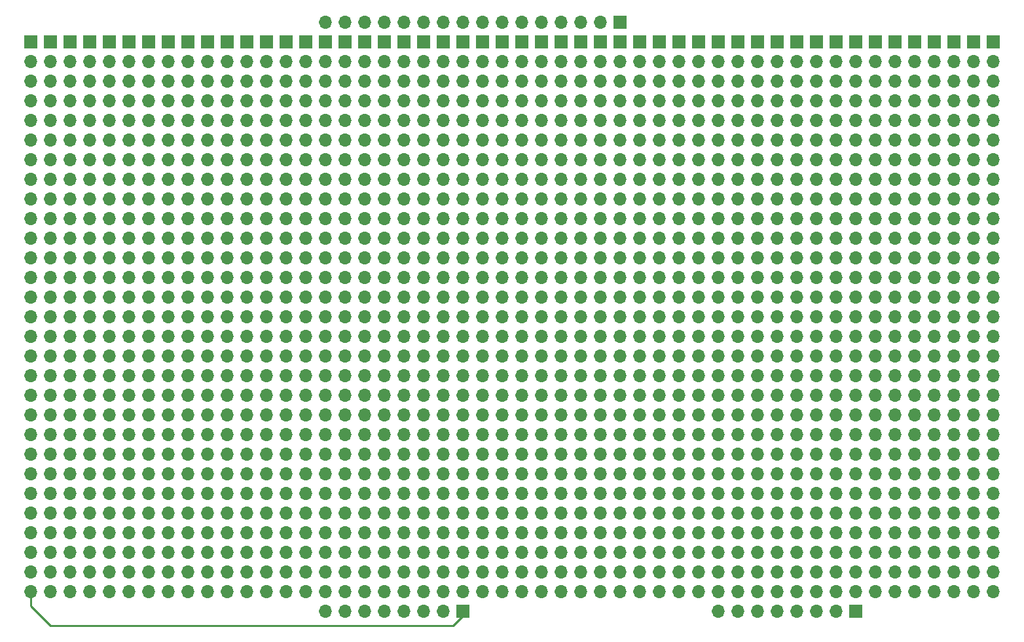
<source format=gbr>
G04 #@! TF.GenerationSoftware,KiCad,Pcbnew,(5.1.5-0-10_14)*
G04 #@! TF.CreationDate,2020-11-20T10:25:49+01:00*
G04 #@! TF.ProjectId,6502-bb,36353032-2d62-4622-9e6b-696361645f70,rev?*
G04 #@! TF.SameCoordinates,Original*
G04 #@! TF.FileFunction,Copper,L1,Top*
G04 #@! TF.FilePolarity,Positive*
%FSLAX46Y46*%
G04 Gerber Fmt 4.6, Leading zero omitted, Abs format (unit mm)*
G04 Created by KiCad (PCBNEW (5.1.5-0-10_14)) date 2020-11-20 10:25:49*
%MOMM*%
%LPD*%
G04 APERTURE LIST*
%ADD10O,1.700000X1.700000*%
%ADD11R,1.700000X1.700000*%
%ADD12C,0.250000*%
G04 APERTURE END LIST*
D10*
X124460000Y-129540000D03*
X124460000Y-127000000D03*
X124460000Y-124460000D03*
X124460000Y-121920000D03*
X124460000Y-119380000D03*
X124460000Y-116840000D03*
X124460000Y-114300000D03*
X124460000Y-111760000D03*
X124460000Y-109220000D03*
X124460000Y-106680000D03*
X124460000Y-104140000D03*
X124460000Y-101600000D03*
X124460000Y-99060000D03*
X124460000Y-96520000D03*
X124460000Y-93980000D03*
X124460000Y-91440000D03*
X124460000Y-88900000D03*
X124460000Y-86360000D03*
X124460000Y-83820000D03*
X124460000Y-81280000D03*
X124460000Y-78740000D03*
X124460000Y-76200000D03*
X124460000Y-73660000D03*
X124460000Y-71120000D03*
X124460000Y-68580000D03*
X124460000Y-66040000D03*
X124460000Y-63500000D03*
X124460000Y-60960000D03*
D11*
X124460000Y-58420000D03*
D10*
X96520000Y-129540000D03*
X96520000Y-127000000D03*
X96520000Y-124460000D03*
X96520000Y-121920000D03*
X96520000Y-119380000D03*
X96520000Y-116840000D03*
X96520000Y-114300000D03*
X96520000Y-111760000D03*
X96520000Y-109220000D03*
X96520000Y-106680000D03*
X96520000Y-104140000D03*
X96520000Y-101600000D03*
X96520000Y-99060000D03*
X96520000Y-96520000D03*
X96520000Y-93980000D03*
X96520000Y-91440000D03*
X96520000Y-88900000D03*
X96520000Y-86360000D03*
X96520000Y-83820000D03*
X96520000Y-81280000D03*
X96520000Y-78740000D03*
X96520000Y-76200000D03*
X96520000Y-73660000D03*
X96520000Y-71120000D03*
X96520000Y-68580000D03*
X96520000Y-66040000D03*
X96520000Y-63500000D03*
X96520000Y-60960000D03*
D11*
X96520000Y-58420000D03*
D10*
X99060000Y-129540000D03*
X99060000Y-127000000D03*
X99060000Y-124460000D03*
X99060000Y-121920000D03*
X99060000Y-119380000D03*
X99060000Y-116840000D03*
X99060000Y-114300000D03*
X99060000Y-111760000D03*
X99060000Y-109220000D03*
X99060000Y-106680000D03*
X99060000Y-104140000D03*
X99060000Y-101600000D03*
X99060000Y-99060000D03*
X99060000Y-96520000D03*
X99060000Y-93980000D03*
X99060000Y-91440000D03*
X99060000Y-88900000D03*
X99060000Y-86360000D03*
X99060000Y-83820000D03*
X99060000Y-81280000D03*
X99060000Y-78740000D03*
X99060000Y-76200000D03*
X99060000Y-73660000D03*
X99060000Y-71120000D03*
X99060000Y-68580000D03*
X99060000Y-66040000D03*
X99060000Y-63500000D03*
X99060000Y-60960000D03*
D11*
X99060000Y-58420000D03*
X195580000Y-58420000D03*
D10*
X195580000Y-60960000D03*
X195580000Y-63500000D03*
X195580000Y-66040000D03*
X195580000Y-68580000D03*
X195580000Y-71120000D03*
X195580000Y-73660000D03*
X195580000Y-76200000D03*
X195580000Y-78740000D03*
X195580000Y-81280000D03*
X195580000Y-83820000D03*
X195580000Y-86360000D03*
X195580000Y-88900000D03*
X195580000Y-91440000D03*
X195580000Y-93980000D03*
X195580000Y-96520000D03*
X195580000Y-99060000D03*
X195580000Y-101600000D03*
X195580000Y-104140000D03*
X195580000Y-106680000D03*
X195580000Y-109220000D03*
X195580000Y-111760000D03*
X195580000Y-114300000D03*
X195580000Y-116840000D03*
X195580000Y-119380000D03*
X195580000Y-121920000D03*
X195580000Y-124460000D03*
X195580000Y-127000000D03*
X195580000Y-129540000D03*
X93980000Y-129540000D03*
X93980000Y-127000000D03*
X93980000Y-124460000D03*
X93980000Y-121920000D03*
X93980000Y-119380000D03*
X93980000Y-116840000D03*
X93980000Y-114300000D03*
X93980000Y-111760000D03*
X93980000Y-109220000D03*
X93980000Y-106680000D03*
X93980000Y-104140000D03*
X93980000Y-101600000D03*
X93980000Y-99060000D03*
X93980000Y-96520000D03*
X93980000Y-93980000D03*
X93980000Y-91440000D03*
X93980000Y-88900000D03*
X93980000Y-86360000D03*
X93980000Y-83820000D03*
X93980000Y-81280000D03*
X93980000Y-78740000D03*
X93980000Y-76200000D03*
X93980000Y-73660000D03*
X93980000Y-71120000D03*
X93980000Y-68580000D03*
X93980000Y-66040000D03*
X93980000Y-63500000D03*
X93980000Y-60960000D03*
D11*
X93980000Y-58420000D03*
D10*
X121920000Y-129540000D03*
X121920000Y-127000000D03*
X121920000Y-124460000D03*
X121920000Y-121920000D03*
X121920000Y-119380000D03*
X121920000Y-116840000D03*
X121920000Y-114300000D03*
X121920000Y-111760000D03*
X121920000Y-109220000D03*
X121920000Y-106680000D03*
X121920000Y-104140000D03*
X121920000Y-101600000D03*
X121920000Y-99060000D03*
X121920000Y-96520000D03*
X121920000Y-93980000D03*
X121920000Y-91440000D03*
X121920000Y-88900000D03*
X121920000Y-86360000D03*
X121920000Y-83820000D03*
X121920000Y-81280000D03*
X121920000Y-78740000D03*
X121920000Y-76200000D03*
X121920000Y-73660000D03*
X121920000Y-71120000D03*
X121920000Y-68580000D03*
X121920000Y-66040000D03*
X121920000Y-63500000D03*
X121920000Y-60960000D03*
D11*
X121920000Y-58420000D03*
D10*
X187960000Y-129540000D03*
X187960000Y-127000000D03*
X187960000Y-124460000D03*
X187960000Y-121920000D03*
X187960000Y-119380000D03*
X187960000Y-116840000D03*
X187960000Y-114300000D03*
X187960000Y-111760000D03*
X187960000Y-109220000D03*
X187960000Y-106680000D03*
X187960000Y-104140000D03*
X187960000Y-101600000D03*
X187960000Y-99060000D03*
X187960000Y-96520000D03*
X187960000Y-93980000D03*
X187960000Y-91440000D03*
X187960000Y-88900000D03*
X187960000Y-86360000D03*
X187960000Y-83820000D03*
X187960000Y-81280000D03*
X187960000Y-78740000D03*
X187960000Y-76200000D03*
X187960000Y-73660000D03*
X187960000Y-71120000D03*
X187960000Y-68580000D03*
X187960000Y-66040000D03*
X187960000Y-63500000D03*
X187960000Y-60960000D03*
D11*
X187960000Y-58420000D03*
D10*
X139700000Y-129540000D03*
X139700000Y-127000000D03*
X139700000Y-124460000D03*
X139700000Y-121920000D03*
X139700000Y-119380000D03*
X139700000Y-116840000D03*
X139700000Y-114300000D03*
X139700000Y-111760000D03*
X139700000Y-109220000D03*
X139700000Y-106680000D03*
X139700000Y-104140000D03*
X139700000Y-101600000D03*
X139700000Y-99060000D03*
X139700000Y-96520000D03*
X139700000Y-93980000D03*
X139700000Y-91440000D03*
X139700000Y-88900000D03*
X139700000Y-86360000D03*
X139700000Y-83820000D03*
X139700000Y-81280000D03*
X139700000Y-78740000D03*
X139700000Y-76200000D03*
X139700000Y-73660000D03*
X139700000Y-71120000D03*
X139700000Y-68580000D03*
X139700000Y-66040000D03*
X139700000Y-63500000D03*
X139700000Y-60960000D03*
D11*
X139700000Y-58420000D03*
D10*
X132080000Y-129540000D03*
X132080000Y-127000000D03*
X132080000Y-124460000D03*
X132080000Y-121920000D03*
X132080000Y-119380000D03*
X132080000Y-116840000D03*
X132080000Y-114300000D03*
X132080000Y-111760000D03*
X132080000Y-109220000D03*
X132080000Y-106680000D03*
X132080000Y-104140000D03*
X132080000Y-101600000D03*
X132080000Y-99060000D03*
X132080000Y-96520000D03*
X132080000Y-93980000D03*
X132080000Y-91440000D03*
X132080000Y-88900000D03*
X132080000Y-86360000D03*
X132080000Y-83820000D03*
X132080000Y-81280000D03*
X132080000Y-78740000D03*
X132080000Y-76200000D03*
X132080000Y-73660000D03*
X132080000Y-71120000D03*
X132080000Y-68580000D03*
X132080000Y-66040000D03*
X132080000Y-63500000D03*
X132080000Y-60960000D03*
D11*
X132080000Y-58420000D03*
D10*
X129540000Y-129540000D03*
X129540000Y-127000000D03*
X129540000Y-124460000D03*
X129540000Y-121920000D03*
X129540000Y-119380000D03*
X129540000Y-116840000D03*
X129540000Y-114300000D03*
X129540000Y-111760000D03*
X129540000Y-109220000D03*
X129540000Y-106680000D03*
X129540000Y-104140000D03*
X129540000Y-101600000D03*
X129540000Y-99060000D03*
X129540000Y-96520000D03*
X129540000Y-93980000D03*
X129540000Y-91440000D03*
X129540000Y-88900000D03*
X129540000Y-86360000D03*
X129540000Y-83820000D03*
X129540000Y-81280000D03*
X129540000Y-78740000D03*
X129540000Y-76200000D03*
X129540000Y-73660000D03*
X129540000Y-71120000D03*
X129540000Y-68580000D03*
X129540000Y-66040000D03*
X129540000Y-63500000D03*
X129540000Y-60960000D03*
D11*
X129540000Y-58420000D03*
D10*
X119380000Y-129540000D03*
X119380000Y-127000000D03*
X119380000Y-124460000D03*
X119380000Y-121920000D03*
X119380000Y-119380000D03*
X119380000Y-116840000D03*
X119380000Y-114300000D03*
X119380000Y-111760000D03*
X119380000Y-109220000D03*
X119380000Y-106680000D03*
X119380000Y-104140000D03*
X119380000Y-101600000D03*
X119380000Y-99060000D03*
X119380000Y-96520000D03*
X119380000Y-93980000D03*
X119380000Y-91440000D03*
X119380000Y-88900000D03*
X119380000Y-86360000D03*
X119380000Y-83820000D03*
X119380000Y-81280000D03*
X119380000Y-78740000D03*
X119380000Y-76200000D03*
X119380000Y-73660000D03*
X119380000Y-71120000D03*
X119380000Y-68580000D03*
X119380000Y-66040000D03*
X119380000Y-63500000D03*
X119380000Y-60960000D03*
D11*
X119380000Y-58420000D03*
D10*
X193040000Y-129540000D03*
X193040000Y-127000000D03*
X193040000Y-124460000D03*
X193040000Y-121920000D03*
X193040000Y-119380000D03*
X193040000Y-116840000D03*
X193040000Y-114300000D03*
X193040000Y-111760000D03*
X193040000Y-109220000D03*
X193040000Y-106680000D03*
X193040000Y-104140000D03*
X193040000Y-101600000D03*
X193040000Y-99060000D03*
X193040000Y-96520000D03*
X193040000Y-93980000D03*
X193040000Y-91440000D03*
X193040000Y-88900000D03*
X193040000Y-86360000D03*
X193040000Y-83820000D03*
X193040000Y-81280000D03*
X193040000Y-78740000D03*
X193040000Y-76200000D03*
X193040000Y-73660000D03*
X193040000Y-71120000D03*
X193040000Y-68580000D03*
X193040000Y-66040000D03*
X193040000Y-63500000D03*
X193040000Y-60960000D03*
D11*
X193040000Y-58420000D03*
D10*
X81280000Y-129540000D03*
X81280000Y-127000000D03*
X81280000Y-124460000D03*
X81280000Y-121920000D03*
X81280000Y-119380000D03*
X81280000Y-116840000D03*
X81280000Y-114300000D03*
X81280000Y-111760000D03*
X81280000Y-109220000D03*
X81280000Y-106680000D03*
X81280000Y-104140000D03*
X81280000Y-101600000D03*
X81280000Y-99060000D03*
X81280000Y-96520000D03*
X81280000Y-93980000D03*
X81280000Y-91440000D03*
X81280000Y-88900000D03*
X81280000Y-86360000D03*
X81280000Y-83820000D03*
X81280000Y-81280000D03*
X81280000Y-78740000D03*
X81280000Y-76200000D03*
X81280000Y-73660000D03*
X81280000Y-71120000D03*
X81280000Y-68580000D03*
X81280000Y-66040000D03*
X81280000Y-63500000D03*
X81280000Y-60960000D03*
D11*
X81280000Y-58420000D03*
D10*
X86360000Y-129540000D03*
X86360000Y-127000000D03*
X86360000Y-124460000D03*
X86360000Y-121920000D03*
X86360000Y-119380000D03*
X86360000Y-116840000D03*
X86360000Y-114300000D03*
X86360000Y-111760000D03*
X86360000Y-109220000D03*
X86360000Y-106680000D03*
X86360000Y-104140000D03*
X86360000Y-101600000D03*
X86360000Y-99060000D03*
X86360000Y-96520000D03*
X86360000Y-93980000D03*
X86360000Y-91440000D03*
X86360000Y-88900000D03*
X86360000Y-86360000D03*
X86360000Y-83820000D03*
X86360000Y-81280000D03*
X86360000Y-78740000D03*
X86360000Y-76200000D03*
X86360000Y-73660000D03*
X86360000Y-71120000D03*
X86360000Y-68580000D03*
X86360000Y-66040000D03*
X86360000Y-63500000D03*
X86360000Y-60960000D03*
D11*
X86360000Y-58420000D03*
D10*
X177800000Y-129540000D03*
X177800000Y-127000000D03*
X177800000Y-124460000D03*
X177800000Y-121920000D03*
X177800000Y-119380000D03*
X177800000Y-116840000D03*
X177800000Y-114300000D03*
X177800000Y-111760000D03*
X177800000Y-109220000D03*
X177800000Y-106680000D03*
X177800000Y-104140000D03*
X177800000Y-101600000D03*
X177800000Y-99060000D03*
X177800000Y-96520000D03*
X177800000Y-93980000D03*
X177800000Y-91440000D03*
X177800000Y-88900000D03*
X177800000Y-86360000D03*
X177800000Y-83820000D03*
X177800000Y-81280000D03*
X177800000Y-78740000D03*
X177800000Y-76200000D03*
X177800000Y-73660000D03*
X177800000Y-71120000D03*
X177800000Y-68580000D03*
X177800000Y-66040000D03*
X177800000Y-63500000D03*
X177800000Y-60960000D03*
D11*
X177800000Y-58420000D03*
D10*
X83820000Y-129540000D03*
X83820000Y-127000000D03*
X83820000Y-124460000D03*
X83820000Y-121920000D03*
X83820000Y-119380000D03*
X83820000Y-116840000D03*
X83820000Y-114300000D03*
X83820000Y-111760000D03*
X83820000Y-109220000D03*
X83820000Y-106680000D03*
X83820000Y-104140000D03*
X83820000Y-101600000D03*
X83820000Y-99060000D03*
X83820000Y-96520000D03*
X83820000Y-93980000D03*
X83820000Y-91440000D03*
X83820000Y-88900000D03*
X83820000Y-86360000D03*
X83820000Y-83820000D03*
X83820000Y-81280000D03*
X83820000Y-78740000D03*
X83820000Y-76200000D03*
X83820000Y-73660000D03*
X83820000Y-71120000D03*
X83820000Y-68580000D03*
X83820000Y-66040000D03*
X83820000Y-63500000D03*
X83820000Y-60960000D03*
D11*
X83820000Y-58420000D03*
D10*
X190500000Y-129540000D03*
X190500000Y-127000000D03*
X190500000Y-124460000D03*
X190500000Y-121920000D03*
X190500000Y-119380000D03*
X190500000Y-116840000D03*
X190500000Y-114300000D03*
X190500000Y-111760000D03*
X190500000Y-109220000D03*
X190500000Y-106680000D03*
X190500000Y-104140000D03*
X190500000Y-101600000D03*
X190500000Y-99060000D03*
X190500000Y-96520000D03*
X190500000Y-93980000D03*
X190500000Y-91440000D03*
X190500000Y-88900000D03*
X190500000Y-86360000D03*
X190500000Y-83820000D03*
X190500000Y-81280000D03*
X190500000Y-78740000D03*
X190500000Y-76200000D03*
X190500000Y-73660000D03*
X190500000Y-71120000D03*
X190500000Y-68580000D03*
X190500000Y-66040000D03*
X190500000Y-63500000D03*
X190500000Y-60960000D03*
D11*
X190500000Y-58420000D03*
D10*
X144780000Y-129540000D03*
X144780000Y-127000000D03*
X144780000Y-124460000D03*
X144780000Y-121920000D03*
X144780000Y-119380000D03*
X144780000Y-116840000D03*
X144780000Y-114300000D03*
X144780000Y-111760000D03*
X144780000Y-109220000D03*
X144780000Y-106680000D03*
X144780000Y-104140000D03*
X144780000Y-101600000D03*
X144780000Y-99060000D03*
X144780000Y-96520000D03*
X144780000Y-93980000D03*
X144780000Y-91440000D03*
X144780000Y-88900000D03*
X144780000Y-86360000D03*
X144780000Y-83820000D03*
X144780000Y-81280000D03*
X144780000Y-78740000D03*
X144780000Y-76200000D03*
X144780000Y-73660000D03*
X144780000Y-71120000D03*
X144780000Y-68580000D03*
X144780000Y-66040000D03*
X144780000Y-63500000D03*
X144780000Y-60960000D03*
D11*
X144780000Y-58420000D03*
D10*
X137160000Y-129540000D03*
X137160000Y-127000000D03*
X137160000Y-124460000D03*
X137160000Y-121920000D03*
X137160000Y-119380000D03*
X137160000Y-116840000D03*
X137160000Y-114300000D03*
X137160000Y-111760000D03*
X137160000Y-109220000D03*
X137160000Y-106680000D03*
X137160000Y-104140000D03*
X137160000Y-101600000D03*
X137160000Y-99060000D03*
X137160000Y-96520000D03*
X137160000Y-93980000D03*
X137160000Y-91440000D03*
X137160000Y-88900000D03*
X137160000Y-86360000D03*
X137160000Y-83820000D03*
X137160000Y-81280000D03*
X137160000Y-78740000D03*
X137160000Y-76200000D03*
X137160000Y-73660000D03*
X137160000Y-71120000D03*
X137160000Y-68580000D03*
X137160000Y-66040000D03*
X137160000Y-63500000D03*
X137160000Y-60960000D03*
D11*
X137160000Y-58420000D03*
D10*
X182880000Y-129540000D03*
X182880000Y-127000000D03*
X182880000Y-124460000D03*
X182880000Y-121920000D03*
X182880000Y-119380000D03*
X182880000Y-116840000D03*
X182880000Y-114300000D03*
X182880000Y-111760000D03*
X182880000Y-109220000D03*
X182880000Y-106680000D03*
X182880000Y-104140000D03*
X182880000Y-101600000D03*
X182880000Y-99060000D03*
X182880000Y-96520000D03*
X182880000Y-93980000D03*
X182880000Y-91440000D03*
X182880000Y-88900000D03*
X182880000Y-86360000D03*
X182880000Y-83820000D03*
X182880000Y-81280000D03*
X182880000Y-78740000D03*
X182880000Y-76200000D03*
X182880000Y-73660000D03*
X182880000Y-71120000D03*
X182880000Y-68580000D03*
X182880000Y-66040000D03*
X182880000Y-63500000D03*
X182880000Y-60960000D03*
D11*
X182880000Y-58420000D03*
D10*
X180340000Y-129540000D03*
X180340000Y-127000000D03*
X180340000Y-124460000D03*
X180340000Y-121920000D03*
X180340000Y-119380000D03*
X180340000Y-116840000D03*
X180340000Y-114300000D03*
X180340000Y-111760000D03*
X180340000Y-109220000D03*
X180340000Y-106680000D03*
X180340000Y-104140000D03*
X180340000Y-101600000D03*
X180340000Y-99060000D03*
X180340000Y-96520000D03*
X180340000Y-93980000D03*
X180340000Y-91440000D03*
X180340000Y-88900000D03*
X180340000Y-86360000D03*
X180340000Y-83820000D03*
X180340000Y-81280000D03*
X180340000Y-78740000D03*
X180340000Y-76200000D03*
X180340000Y-73660000D03*
X180340000Y-71120000D03*
X180340000Y-68580000D03*
X180340000Y-66040000D03*
X180340000Y-63500000D03*
X180340000Y-60960000D03*
D11*
X180340000Y-58420000D03*
X200660000Y-58420000D03*
D10*
X200660000Y-60960000D03*
X200660000Y-63500000D03*
X200660000Y-66040000D03*
X200660000Y-68580000D03*
X200660000Y-71120000D03*
X200660000Y-73660000D03*
X200660000Y-76200000D03*
X200660000Y-78740000D03*
X200660000Y-81280000D03*
X200660000Y-83820000D03*
X200660000Y-86360000D03*
X200660000Y-88900000D03*
X200660000Y-91440000D03*
X200660000Y-93980000D03*
X200660000Y-96520000D03*
X200660000Y-99060000D03*
X200660000Y-101600000D03*
X200660000Y-104140000D03*
X200660000Y-106680000D03*
X200660000Y-109220000D03*
X200660000Y-111760000D03*
X200660000Y-114300000D03*
X200660000Y-116840000D03*
X200660000Y-119380000D03*
X200660000Y-121920000D03*
X200660000Y-124460000D03*
X200660000Y-127000000D03*
X200660000Y-129540000D03*
X88900000Y-129540000D03*
X88900000Y-127000000D03*
X88900000Y-124460000D03*
X88900000Y-121920000D03*
X88900000Y-119380000D03*
X88900000Y-116840000D03*
X88900000Y-114300000D03*
X88900000Y-111760000D03*
X88900000Y-109220000D03*
X88900000Y-106680000D03*
X88900000Y-104140000D03*
X88900000Y-101600000D03*
X88900000Y-99060000D03*
X88900000Y-96520000D03*
X88900000Y-93980000D03*
X88900000Y-91440000D03*
X88900000Y-88900000D03*
X88900000Y-86360000D03*
X88900000Y-83820000D03*
X88900000Y-81280000D03*
X88900000Y-78740000D03*
X88900000Y-76200000D03*
X88900000Y-73660000D03*
X88900000Y-71120000D03*
X88900000Y-68580000D03*
X88900000Y-66040000D03*
X88900000Y-63500000D03*
X88900000Y-60960000D03*
D11*
X88900000Y-58420000D03*
D10*
X106680000Y-129540000D03*
X106680000Y-127000000D03*
X106680000Y-124460000D03*
X106680000Y-121920000D03*
X106680000Y-119380000D03*
X106680000Y-116840000D03*
X106680000Y-114300000D03*
X106680000Y-111760000D03*
X106680000Y-109220000D03*
X106680000Y-106680000D03*
X106680000Y-104140000D03*
X106680000Y-101600000D03*
X106680000Y-99060000D03*
X106680000Y-96520000D03*
X106680000Y-93980000D03*
X106680000Y-91440000D03*
X106680000Y-88900000D03*
X106680000Y-86360000D03*
X106680000Y-83820000D03*
X106680000Y-81280000D03*
X106680000Y-78740000D03*
X106680000Y-76200000D03*
X106680000Y-73660000D03*
X106680000Y-71120000D03*
X106680000Y-68580000D03*
X106680000Y-66040000D03*
X106680000Y-63500000D03*
X106680000Y-60960000D03*
D11*
X106680000Y-58420000D03*
D10*
X104140000Y-129540000D03*
X104140000Y-127000000D03*
X104140000Y-124460000D03*
X104140000Y-121920000D03*
X104140000Y-119380000D03*
X104140000Y-116840000D03*
X104140000Y-114300000D03*
X104140000Y-111760000D03*
X104140000Y-109220000D03*
X104140000Y-106680000D03*
X104140000Y-104140000D03*
X104140000Y-101600000D03*
X104140000Y-99060000D03*
X104140000Y-96520000D03*
X104140000Y-93980000D03*
X104140000Y-91440000D03*
X104140000Y-88900000D03*
X104140000Y-86360000D03*
X104140000Y-83820000D03*
X104140000Y-81280000D03*
X104140000Y-78740000D03*
X104140000Y-76200000D03*
X104140000Y-73660000D03*
X104140000Y-71120000D03*
X104140000Y-68580000D03*
X104140000Y-66040000D03*
X104140000Y-63500000D03*
X104140000Y-60960000D03*
D11*
X104140000Y-58420000D03*
D10*
X127000000Y-129540000D03*
X127000000Y-127000000D03*
X127000000Y-124460000D03*
X127000000Y-121920000D03*
X127000000Y-119380000D03*
X127000000Y-116840000D03*
X127000000Y-114300000D03*
X127000000Y-111760000D03*
X127000000Y-109220000D03*
X127000000Y-106680000D03*
X127000000Y-104140000D03*
X127000000Y-101600000D03*
X127000000Y-99060000D03*
X127000000Y-96520000D03*
X127000000Y-93980000D03*
X127000000Y-91440000D03*
X127000000Y-88900000D03*
X127000000Y-86360000D03*
X127000000Y-83820000D03*
X127000000Y-81280000D03*
X127000000Y-78740000D03*
X127000000Y-76200000D03*
X127000000Y-73660000D03*
X127000000Y-71120000D03*
X127000000Y-68580000D03*
X127000000Y-66040000D03*
X127000000Y-63500000D03*
X127000000Y-60960000D03*
D11*
X127000000Y-58420000D03*
D10*
X165100000Y-129540000D03*
X165100000Y-127000000D03*
X165100000Y-124460000D03*
X165100000Y-121920000D03*
X165100000Y-119380000D03*
X165100000Y-116840000D03*
X165100000Y-114300000D03*
X165100000Y-111760000D03*
X165100000Y-109220000D03*
X165100000Y-106680000D03*
X165100000Y-104140000D03*
X165100000Y-101600000D03*
X165100000Y-99060000D03*
X165100000Y-96520000D03*
X165100000Y-93980000D03*
X165100000Y-91440000D03*
X165100000Y-88900000D03*
X165100000Y-86360000D03*
X165100000Y-83820000D03*
X165100000Y-81280000D03*
X165100000Y-78740000D03*
X165100000Y-76200000D03*
X165100000Y-73660000D03*
X165100000Y-71120000D03*
X165100000Y-68580000D03*
X165100000Y-66040000D03*
X165100000Y-63500000D03*
X165100000Y-60960000D03*
D11*
X165100000Y-58420000D03*
D10*
X160020000Y-129540000D03*
X160020000Y-127000000D03*
X160020000Y-124460000D03*
X160020000Y-121920000D03*
X160020000Y-119380000D03*
X160020000Y-116840000D03*
X160020000Y-114300000D03*
X160020000Y-111760000D03*
X160020000Y-109220000D03*
X160020000Y-106680000D03*
X160020000Y-104140000D03*
X160020000Y-101600000D03*
X160020000Y-99060000D03*
X160020000Y-96520000D03*
X160020000Y-93980000D03*
X160020000Y-91440000D03*
X160020000Y-88900000D03*
X160020000Y-86360000D03*
X160020000Y-83820000D03*
X160020000Y-81280000D03*
X160020000Y-78740000D03*
X160020000Y-76200000D03*
X160020000Y-73660000D03*
X160020000Y-71120000D03*
X160020000Y-68580000D03*
X160020000Y-66040000D03*
X160020000Y-63500000D03*
X160020000Y-60960000D03*
D11*
X160020000Y-58420000D03*
D10*
X170180000Y-129540000D03*
X170180000Y-127000000D03*
X170180000Y-124460000D03*
X170180000Y-121920000D03*
X170180000Y-119380000D03*
X170180000Y-116840000D03*
X170180000Y-114300000D03*
X170180000Y-111760000D03*
X170180000Y-109220000D03*
X170180000Y-106680000D03*
X170180000Y-104140000D03*
X170180000Y-101600000D03*
X170180000Y-99060000D03*
X170180000Y-96520000D03*
X170180000Y-93980000D03*
X170180000Y-91440000D03*
X170180000Y-88900000D03*
X170180000Y-86360000D03*
X170180000Y-83820000D03*
X170180000Y-81280000D03*
X170180000Y-78740000D03*
X170180000Y-76200000D03*
X170180000Y-73660000D03*
X170180000Y-71120000D03*
X170180000Y-68580000D03*
X170180000Y-66040000D03*
X170180000Y-63500000D03*
X170180000Y-60960000D03*
D11*
X170180000Y-58420000D03*
D10*
X76200000Y-129540000D03*
X76200000Y-127000000D03*
X76200000Y-124460000D03*
X76200000Y-121920000D03*
X76200000Y-119380000D03*
X76200000Y-116840000D03*
X76200000Y-114300000D03*
X76200000Y-111760000D03*
X76200000Y-109220000D03*
X76200000Y-106680000D03*
X76200000Y-104140000D03*
X76200000Y-101600000D03*
X76200000Y-99060000D03*
X76200000Y-96520000D03*
X76200000Y-93980000D03*
X76200000Y-91440000D03*
X76200000Y-88900000D03*
X76200000Y-86360000D03*
X76200000Y-83820000D03*
X76200000Y-81280000D03*
X76200000Y-78740000D03*
X76200000Y-76200000D03*
X76200000Y-73660000D03*
X76200000Y-71120000D03*
X76200000Y-68580000D03*
X76200000Y-66040000D03*
X76200000Y-63500000D03*
X76200000Y-60960000D03*
D11*
X76200000Y-58420000D03*
D10*
X147320000Y-129540000D03*
X147320000Y-127000000D03*
X147320000Y-124460000D03*
X147320000Y-121920000D03*
X147320000Y-119380000D03*
X147320000Y-116840000D03*
X147320000Y-114300000D03*
X147320000Y-111760000D03*
X147320000Y-109220000D03*
X147320000Y-106680000D03*
X147320000Y-104140000D03*
X147320000Y-101600000D03*
X147320000Y-99060000D03*
X147320000Y-96520000D03*
X147320000Y-93980000D03*
X147320000Y-91440000D03*
X147320000Y-88900000D03*
X147320000Y-86360000D03*
X147320000Y-83820000D03*
X147320000Y-81280000D03*
X147320000Y-78740000D03*
X147320000Y-76200000D03*
X147320000Y-73660000D03*
X147320000Y-71120000D03*
X147320000Y-68580000D03*
X147320000Y-66040000D03*
X147320000Y-63500000D03*
X147320000Y-60960000D03*
D11*
X147320000Y-58420000D03*
D10*
X134620000Y-129540000D03*
X134620000Y-127000000D03*
X134620000Y-124460000D03*
X134620000Y-121920000D03*
X134620000Y-119380000D03*
X134620000Y-116840000D03*
X134620000Y-114300000D03*
X134620000Y-111760000D03*
X134620000Y-109220000D03*
X134620000Y-106680000D03*
X134620000Y-104140000D03*
X134620000Y-101600000D03*
X134620000Y-99060000D03*
X134620000Y-96520000D03*
X134620000Y-93980000D03*
X134620000Y-91440000D03*
X134620000Y-88900000D03*
X134620000Y-86360000D03*
X134620000Y-83820000D03*
X134620000Y-81280000D03*
X134620000Y-78740000D03*
X134620000Y-76200000D03*
X134620000Y-73660000D03*
X134620000Y-71120000D03*
X134620000Y-68580000D03*
X134620000Y-66040000D03*
X134620000Y-63500000D03*
X134620000Y-60960000D03*
D11*
X134620000Y-58420000D03*
D10*
X91440000Y-129540000D03*
X91440000Y-127000000D03*
X91440000Y-124460000D03*
X91440000Y-121920000D03*
X91440000Y-119380000D03*
X91440000Y-116840000D03*
X91440000Y-114300000D03*
X91440000Y-111760000D03*
X91440000Y-109220000D03*
X91440000Y-106680000D03*
X91440000Y-104140000D03*
X91440000Y-101600000D03*
X91440000Y-99060000D03*
X91440000Y-96520000D03*
X91440000Y-93980000D03*
X91440000Y-91440000D03*
X91440000Y-88900000D03*
X91440000Y-86360000D03*
X91440000Y-83820000D03*
X91440000Y-81280000D03*
X91440000Y-78740000D03*
X91440000Y-76200000D03*
X91440000Y-73660000D03*
X91440000Y-71120000D03*
X91440000Y-68580000D03*
X91440000Y-66040000D03*
X91440000Y-63500000D03*
X91440000Y-60960000D03*
D11*
X91440000Y-58420000D03*
D10*
X167640000Y-129540000D03*
X167640000Y-127000000D03*
X167640000Y-124460000D03*
X167640000Y-121920000D03*
X167640000Y-119380000D03*
X167640000Y-116840000D03*
X167640000Y-114300000D03*
X167640000Y-111760000D03*
X167640000Y-109220000D03*
X167640000Y-106680000D03*
X167640000Y-104140000D03*
X167640000Y-101600000D03*
X167640000Y-99060000D03*
X167640000Y-96520000D03*
X167640000Y-93980000D03*
X167640000Y-91440000D03*
X167640000Y-88900000D03*
X167640000Y-86360000D03*
X167640000Y-83820000D03*
X167640000Y-81280000D03*
X167640000Y-78740000D03*
X167640000Y-76200000D03*
X167640000Y-73660000D03*
X167640000Y-71120000D03*
X167640000Y-68580000D03*
X167640000Y-66040000D03*
X167640000Y-63500000D03*
X167640000Y-60960000D03*
D11*
X167640000Y-58420000D03*
D10*
X142240000Y-129540000D03*
X142240000Y-127000000D03*
X142240000Y-124460000D03*
X142240000Y-121920000D03*
X142240000Y-119380000D03*
X142240000Y-116840000D03*
X142240000Y-114300000D03*
X142240000Y-111760000D03*
X142240000Y-109220000D03*
X142240000Y-106680000D03*
X142240000Y-104140000D03*
X142240000Y-101600000D03*
X142240000Y-99060000D03*
X142240000Y-96520000D03*
X142240000Y-93980000D03*
X142240000Y-91440000D03*
X142240000Y-88900000D03*
X142240000Y-86360000D03*
X142240000Y-83820000D03*
X142240000Y-81280000D03*
X142240000Y-78740000D03*
X142240000Y-76200000D03*
X142240000Y-73660000D03*
X142240000Y-71120000D03*
X142240000Y-68580000D03*
X142240000Y-66040000D03*
X142240000Y-63500000D03*
X142240000Y-60960000D03*
D11*
X142240000Y-58420000D03*
D10*
X162560000Y-129540000D03*
X162560000Y-127000000D03*
X162560000Y-124460000D03*
X162560000Y-121920000D03*
X162560000Y-119380000D03*
X162560000Y-116840000D03*
X162560000Y-114300000D03*
X162560000Y-111760000D03*
X162560000Y-109220000D03*
X162560000Y-106680000D03*
X162560000Y-104140000D03*
X162560000Y-101600000D03*
X162560000Y-99060000D03*
X162560000Y-96520000D03*
X162560000Y-93980000D03*
X162560000Y-91440000D03*
X162560000Y-88900000D03*
X162560000Y-86360000D03*
X162560000Y-83820000D03*
X162560000Y-81280000D03*
X162560000Y-78740000D03*
X162560000Y-76200000D03*
X162560000Y-73660000D03*
X162560000Y-71120000D03*
X162560000Y-68580000D03*
X162560000Y-66040000D03*
X162560000Y-63500000D03*
X162560000Y-60960000D03*
D11*
X162560000Y-58420000D03*
D10*
X152400000Y-129540000D03*
X152400000Y-127000000D03*
X152400000Y-124460000D03*
X152400000Y-121920000D03*
X152400000Y-119380000D03*
X152400000Y-116840000D03*
X152400000Y-114300000D03*
X152400000Y-111760000D03*
X152400000Y-109220000D03*
X152400000Y-106680000D03*
X152400000Y-104140000D03*
X152400000Y-101600000D03*
X152400000Y-99060000D03*
X152400000Y-96520000D03*
X152400000Y-93980000D03*
X152400000Y-91440000D03*
X152400000Y-88900000D03*
X152400000Y-86360000D03*
X152400000Y-83820000D03*
X152400000Y-81280000D03*
X152400000Y-78740000D03*
X152400000Y-76200000D03*
X152400000Y-73660000D03*
X152400000Y-71120000D03*
X152400000Y-68580000D03*
X152400000Y-66040000D03*
X152400000Y-63500000D03*
X152400000Y-60960000D03*
D11*
X152400000Y-58420000D03*
D10*
X154940000Y-129540000D03*
X154940000Y-127000000D03*
X154940000Y-124460000D03*
X154940000Y-121920000D03*
X154940000Y-119380000D03*
X154940000Y-116840000D03*
X154940000Y-114300000D03*
X154940000Y-111760000D03*
X154940000Y-109220000D03*
X154940000Y-106680000D03*
X154940000Y-104140000D03*
X154940000Y-101600000D03*
X154940000Y-99060000D03*
X154940000Y-96520000D03*
X154940000Y-93980000D03*
X154940000Y-91440000D03*
X154940000Y-88900000D03*
X154940000Y-86360000D03*
X154940000Y-83820000D03*
X154940000Y-81280000D03*
X154940000Y-78740000D03*
X154940000Y-76200000D03*
X154940000Y-73660000D03*
X154940000Y-71120000D03*
X154940000Y-68580000D03*
X154940000Y-66040000D03*
X154940000Y-63500000D03*
X154940000Y-60960000D03*
D11*
X154940000Y-58420000D03*
D10*
X101600000Y-129540000D03*
X101600000Y-127000000D03*
X101600000Y-124460000D03*
X101600000Y-121920000D03*
X101600000Y-119380000D03*
X101600000Y-116840000D03*
X101600000Y-114300000D03*
X101600000Y-111760000D03*
X101600000Y-109220000D03*
X101600000Y-106680000D03*
X101600000Y-104140000D03*
X101600000Y-101600000D03*
X101600000Y-99060000D03*
X101600000Y-96520000D03*
X101600000Y-93980000D03*
X101600000Y-91440000D03*
X101600000Y-88900000D03*
X101600000Y-86360000D03*
X101600000Y-83820000D03*
X101600000Y-81280000D03*
X101600000Y-78740000D03*
X101600000Y-76200000D03*
X101600000Y-73660000D03*
X101600000Y-71120000D03*
X101600000Y-68580000D03*
X101600000Y-66040000D03*
X101600000Y-63500000D03*
X101600000Y-60960000D03*
D11*
X101600000Y-58420000D03*
D10*
X175260000Y-129540000D03*
X175260000Y-127000000D03*
X175260000Y-124460000D03*
X175260000Y-121920000D03*
X175260000Y-119380000D03*
X175260000Y-116840000D03*
X175260000Y-114300000D03*
X175260000Y-111760000D03*
X175260000Y-109220000D03*
X175260000Y-106680000D03*
X175260000Y-104140000D03*
X175260000Y-101600000D03*
X175260000Y-99060000D03*
X175260000Y-96520000D03*
X175260000Y-93980000D03*
X175260000Y-91440000D03*
X175260000Y-88900000D03*
X175260000Y-86360000D03*
X175260000Y-83820000D03*
X175260000Y-81280000D03*
X175260000Y-78740000D03*
X175260000Y-76200000D03*
X175260000Y-73660000D03*
X175260000Y-71120000D03*
X175260000Y-68580000D03*
X175260000Y-66040000D03*
X175260000Y-63500000D03*
X175260000Y-60960000D03*
D11*
X175260000Y-58420000D03*
D10*
X111760000Y-129540000D03*
X111760000Y-127000000D03*
X111760000Y-124460000D03*
X111760000Y-121920000D03*
X111760000Y-119380000D03*
X111760000Y-116840000D03*
X111760000Y-114300000D03*
X111760000Y-111760000D03*
X111760000Y-109220000D03*
X111760000Y-106680000D03*
X111760000Y-104140000D03*
X111760000Y-101600000D03*
X111760000Y-99060000D03*
X111760000Y-96520000D03*
X111760000Y-93980000D03*
X111760000Y-91440000D03*
X111760000Y-88900000D03*
X111760000Y-86360000D03*
X111760000Y-83820000D03*
X111760000Y-81280000D03*
X111760000Y-78740000D03*
X111760000Y-76200000D03*
X111760000Y-73660000D03*
X111760000Y-71120000D03*
X111760000Y-68580000D03*
X111760000Y-66040000D03*
X111760000Y-63500000D03*
X111760000Y-60960000D03*
D11*
X111760000Y-58420000D03*
D10*
X114300000Y-129540000D03*
X114300000Y-127000000D03*
X114300000Y-124460000D03*
X114300000Y-121920000D03*
X114300000Y-119380000D03*
X114300000Y-116840000D03*
X114300000Y-114300000D03*
X114300000Y-111760000D03*
X114300000Y-109220000D03*
X114300000Y-106680000D03*
X114300000Y-104140000D03*
X114300000Y-101600000D03*
X114300000Y-99060000D03*
X114300000Y-96520000D03*
X114300000Y-93980000D03*
X114300000Y-91440000D03*
X114300000Y-88900000D03*
X114300000Y-86360000D03*
X114300000Y-83820000D03*
X114300000Y-81280000D03*
X114300000Y-78740000D03*
X114300000Y-76200000D03*
X114300000Y-73660000D03*
X114300000Y-71120000D03*
X114300000Y-68580000D03*
X114300000Y-66040000D03*
X114300000Y-63500000D03*
X114300000Y-60960000D03*
D11*
X114300000Y-58420000D03*
D10*
X172720000Y-129540000D03*
X172720000Y-127000000D03*
X172720000Y-124460000D03*
X172720000Y-121920000D03*
X172720000Y-119380000D03*
X172720000Y-116840000D03*
X172720000Y-114300000D03*
X172720000Y-111760000D03*
X172720000Y-109220000D03*
X172720000Y-106680000D03*
X172720000Y-104140000D03*
X172720000Y-101600000D03*
X172720000Y-99060000D03*
X172720000Y-96520000D03*
X172720000Y-93980000D03*
X172720000Y-91440000D03*
X172720000Y-88900000D03*
X172720000Y-86360000D03*
X172720000Y-83820000D03*
X172720000Y-81280000D03*
X172720000Y-78740000D03*
X172720000Y-76200000D03*
X172720000Y-73660000D03*
X172720000Y-71120000D03*
X172720000Y-68580000D03*
X172720000Y-66040000D03*
X172720000Y-63500000D03*
X172720000Y-60960000D03*
D11*
X172720000Y-58420000D03*
D10*
X185420000Y-129540000D03*
X185420000Y-127000000D03*
X185420000Y-124460000D03*
X185420000Y-121920000D03*
X185420000Y-119380000D03*
X185420000Y-116840000D03*
X185420000Y-114300000D03*
X185420000Y-111760000D03*
X185420000Y-109220000D03*
X185420000Y-106680000D03*
X185420000Y-104140000D03*
X185420000Y-101600000D03*
X185420000Y-99060000D03*
X185420000Y-96520000D03*
X185420000Y-93980000D03*
X185420000Y-91440000D03*
X185420000Y-88900000D03*
X185420000Y-86360000D03*
X185420000Y-83820000D03*
X185420000Y-81280000D03*
X185420000Y-78740000D03*
X185420000Y-76200000D03*
X185420000Y-73660000D03*
X185420000Y-71120000D03*
X185420000Y-68580000D03*
X185420000Y-66040000D03*
X185420000Y-63500000D03*
X185420000Y-60960000D03*
D11*
X185420000Y-58420000D03*
D10*
X149860000Y-129540000D03*
X149860000Y-127000000D03*
X149860000Y-124460000D03*
X149860000Y-121920000D03*
X149860000Y-119380000D03*
X149860000Y-116840000D03*
X149860000Y-114300000D03*
X149860000Y-111760000D03*
X149860000Y-109220000D03*
X149860000Y-106680000D03*
X149860000Y-104140000D03*
X149860000Y-101600000D03*
X149860000Y-99060000D03*
X149860000Y-96520000D03*
X149860000Y-93980000D03*
X149860000Y-91440000D03*
X149860000Y-88900000D03*
X149860000Y-86360000D03*
X149860000Y-83820000D03*
X149860000Y-81280000D03*
X149860000Y-78740000D03*
X149860000Y-76200000D03*
X149860000Y-73660000D03*
X149860000Y-71120000D03*
X149860000Y-68580000D03*
X149860000Y-66040000D03*
X149860000Y-63500000D03*
X149860000Y-60960000D03*
D11*
X149860000Y-58420000D03*
X198120000Y-58420000D03*
D10*
X198120000Y-60960000D03*
X198120000Y-63500000D03*
X198120000Y-66040000D03*
X198120000Y-68580000D03*
X198120000Y-71120000D03*
X198120000Y-73660000D03*
X198120000Y-76200000D03*
X198120000Y-78740000D03*
X198120000Y-81280000D03*
X198120000Y-83820000D03*
X198120000Y-86360000D03*
X198120000Y-88900000D03*
X198120000Y-91440000D03*
X198120000Y-93980000D03*
X198120000Y-96520000D03*
X198120000Y-99060000D03*
X198120000Y-101600000D03*
X198120000Y-104140000D03*
X198120000Y-106680000D03*
X198120000Y-109220000D03*
X198120000Y-111760000D03*
X198120000Y-114300000D03*
X198120000Y-116840000D03*
X198120000Y-119380000D03*
X198120000Y-121920000D03*
X198120000Y-124460000D03*
X198120000Y-127000000D03*
X198120000Y-129540000D03*
X157480000Y-129540000D03*
X157480000Y-127000000D03*
X157480000Y-124460000D03*
X157480000Y-121920000D03*
X157480000Y-119380000D03*
X157480000Y-116840000D03*
X157480000Y-114300000D03*
X157480000Y-111760000D03*
X157480000Y-109220000D03*
X157480000Y-106680000D03*
X157480000Y-104140000D03*
X157480000Y-101600000D03*
X157480000Y-99060000D03*
X157480000Y-96520000D03*
X157480000Y-93980000D03*
X157480000Y-91440000D03*
X157480000Y-88900000D03*
X157480000Y-86360000D03*
X157480000Y-83820000D03*
X157480000Y-81280000D03*
X157480000Y-78740000D03*
X157480000Y-76200000D03*
X157480000Y-73660000D03*
X157480000Y-71120000D03*
X157480000Y-68580000D03*
X157480000Y-66040000D03*
X157480000Y-63500000D03*
X157480000Y-60960000D03*
D11*
X157480000Y-58420000D03*
D10*
X116840000Y-129540000D03*
X116840000Y-127000000D03*
X116840000Y-124460000D03*
X116840000Y-121920000D03*
X116840000Y-119380000D03*
X116840000Y-116840000D03*
X116840000Y-114300000D03*
X116840000Y-111760000D03*
X116840000Y-109220000D03*
X116840000Y-106680000D03*
X116840000Y-104140000D03*
X116840000Y-101600000D03*
X116840000Y-99060000D03*
X116840000Y-96520000D03*
X116840000Y-93980000D03*
X116840000Y-91440000D03*
X116840000Y-88900000D03*
X116840000Y-86360000D03*
X116840000Y-83820000D03*
X116840000Y-81280000D03*
X116840000Y-78740000D03*
X116840000Y-76200000D03*
X116840000Y-73660000D03*
X116840000Y-71120000D03*
X116840000Y-68580000D03*
X116840000Y-66040000D03*
X116840000Y-63500000D03*
X116840000Y-60960000D03*
D11*
X116840000Y-58420000D03*
D10*
X78740000Y-129540000D03*
X78740000Y-127000000D03*
X78740000Y-124460000D03*
X78740000Y-121920000D03*
X78740000Y-119380000D03*
X78740000Y-116840000D03*
X78740000Y-114300000D03*
X78740000Y-111760000D03*
X78740000Y-109220000D03*
X78740000Y-106680000D03*
X78740000Y-104140000D03*
X78740000Y-101600000D03*
X78740000Y-99060000D03*
X78740000Y-96520000D03*
X78740000Y-93980000D03*
X78740000Y-91440000D03*
X78740000Y-88900000D03*
X78740000Y-86360000D03*
X78740000Y-83820000D03*
X78740000Y-81280000D03*
X78740000Y-78740000D03*
X78740000Y-76200000D03*
X78740000Y-73660000D03*
X78740000Y-71120000D03*
X78740000Y-68580000D03*
X78740000Y-66040000D03*
X78740000Y-63500000D03*
X78740000Y-60960000D03*
D11*
X78740000Y-58420000D03*
D10*
X109220000Y-129540000D03*
X109220000Y-127000000D03*
X109220000Y-124460000D03*
X109220000Y-121920000D03*
X109220000Y-119380000D03*
X109220000Y-116840000D03*
X109220000Y-114300000D03*
X109220000Y-111760000D03*
X109220000Y-109220000D03*
X109220000Y-106680000D03*
X109220000Y-104140000D03*
X109220000Y-101600000D03*
X109220000Y-99060000D03*
X109220000Y-96520000D03*
X109220000Y-93980000D03*
X109220000Y-91440000D03*
X109220000Y-88900000D03*
X109220000Y-86360000D03*
X109220000Y-83820000D03*
X109220000Y-81280000D03*
X109220000Y-78740000D03*
X109220000Y-76200000D03*
X109220000Y-73660000D03*
X109220000Y-71120000D03*
X109220000Y-68580000D03*
X109220000Y-66040000D03*
X109220000Y-63500000D03*
X109220000Y-60960000D03*
D11*
X109220000Y-58420000D03*
D10*
X114300000Y-132080000D03*
X116840000Y-132080000D03*
X119380000Y-132080000D03*
X121920000Y-132080000D03*
X124460000Y-132080000D03*
X127000000Y-132080000D03*
X129540000Y-132080000D03*
D11*
X132080000Y-132080000D03*
D10*
X165100000Y-132080000D03*
X167640000Y-132080000D03*
X170180000Y-132080000D03*
X172720000Y-132080000D03*
X175260000Y-132080000D03*
X177800000Y-132080000D03*
X180340000Y-132080000D03*
D11*
X182880000Y-132080000D03*
D10*
X114300000Y-55880000D03*
X116840000Y-55880000D03*
X119380000Y-55880000D03*
X121920000Y-55880000D03*
X124460000Y-55880000D03*
X127000000Y-55880000D03*
X129540000Y-55880000D03*
X132080000Y-55880000D03*
X134620000Y-55880000D03*
X137160000Y-55880000D03*
X139700000Y-55880000D03*
X142240000Y-55880000D03*
X144780000Y-55880000D03*
X147320000Y-55880000D03*
X149860000Y-55880000D03*
D11*
X152400000Y-55880000D03*
D12*
X132080000Y-132080000D02*
X132080000Y-132715000D01*
X132080000Y-132715000D02*
X130810000Y-133985000D01*
X130810000Y-133985000D02*
X78740000Y-133985000D01*
X76200000Y-131445000D02*
X76200000Y-129540000D01*
X78740000Y-133985000D02*
X76200000Y-131445000D01*
M02*

</source>
